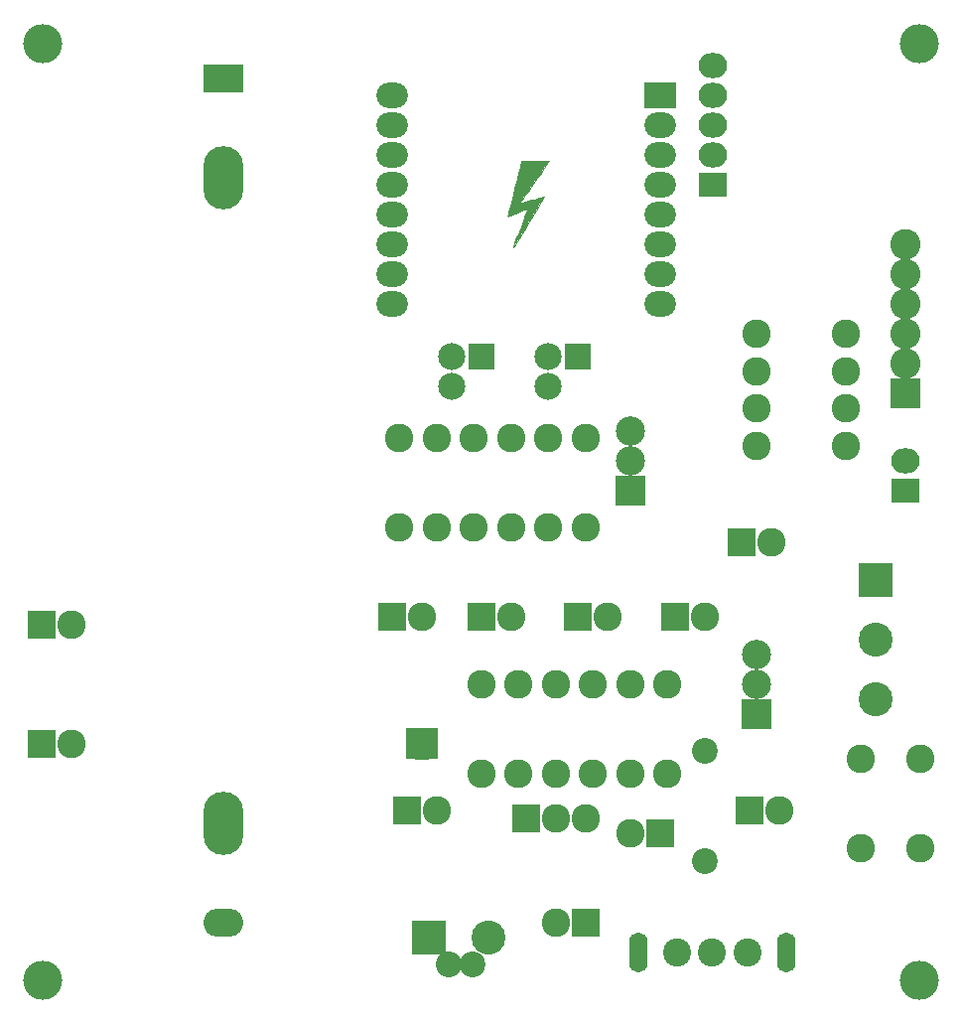
<source format=gbr>
G04 #@! TF.GenerationSoftware,KiCad,Pcbnew,(5.1.0)-1*
G04 #@! TF.CreationDate,2020-11-16T17:59:51+00:00*
G04 #@! TF.ProjectId,WildlifeCamera_PCB,57696c64-6c69-4666-9543-616d6572615f,rev?*
G04 #@! TF.SameCoordinates,PX5d42830PY7b89fa0*
G04 #@! TF.FileFunction,Soldermask,Top*
G04 #@! TF.FilePolarity,Negative*
%FSLAX46Y46*%
G04 Gerber Fmt 4.6, Leading zero omitted, Abs format (unit mm)*
G04 Created by KiCad (PCBNEW (5.1.0)-1) date 2020-11-16 17:59:51*
%MOMM*%
%LPD*%
G04 APERTURE LIST*
%ADD10C,0.010000*%
%ADD11O,3.400000X5.400000*%
%ADD12R,3.400000X2.400000*%
%ADD13O,3.400000X2.400000*%
%ADD14C,2.432000*%
%ADD15R,2.432000X2.432000*%
%ADD16O,2.686000X2.178000*%
%ADD17R,2.686000X2.178000*%
%ADD18R,2.500580X2.500580*%
%ADD19C,2.599640*%
%ADD20R,0.900000X0.650000*%
%ADD21R,1.240000X2.800000*%
%ADD22C,2.899360*%
%ADD23R,2.899360X2.899360*%
%ADD24C,2.400000*%
%ADD25O,1.600000X3.400000*%
%ADD26C,2.200000*%
%ADD27R,2.432000X2.127200*%
%ADD28O,2.432000X2.127200*%
%ADD29C,2.500580*%
%ADD30C,3.334700*%
%ADD31R,2.305000X2.305000*%
%ADD32C,2.305000*%
G04 APERTURE END LIST*
D10*
G36*
X49745315Y63510583D02*
G01*
X49727110Y63439392D01*
X49690549Y63294440D01*
X49637734Y63084123D01*
X49570766Y62816839D01*
X49491747Y62500983D01*
X49402779Y62144953D01*
X49305963Y61757145D01*
X49203401Y61345956D01*
X49170506Y61214000D01*
X49067332Y60800389D01*
X48969822Y60410103D01*
X48879987Y60051150D01*
X48799839Y59731539D01*
X48731390Y59459278D01*
X48676650Y59242376D01*
X48637632Y59088841D01*
X48616347Y59006681D01*
X48613473Y58996319D01*
X48606678Y58962133D01*
X48616455Y58942015D01*
X48651416Y58938600D01*
X48720170Y58954521D01*
X48831328Y58992413D01*
X48993499Y59054911D01*
X49215295Y59144650D01*
X49505325Y59264263D01*
X49550906Y59283145D01*
X49786077Y59379818D01*
X49992928Y59463366D01*
X50159390Y59529035D01*
X50273394Y59572074D01*
X50322872Y59587731D01*
X50323914Y59587531D01*
X50311929Y59546840D01*
X50272752Y59436426D01*
X50209823Y59265495D01*
X50126586Y59043252D01*
X50026481Y58778903D01*
X49912950Y58481655D01*
X49822623Y58246715D01*
X49647208Y57791316D01*
X49500271Y57408872D01*
X49379600Y57093430D01*
X49282986Y56839033D01*
X49208219Y56639727D01*
X49153089Y56489559D01*
X49115385Y56382572D01*
X49092897Y56312814D01*
X49083416Y56274329D01*
X49084731Y56261162D01*
X49085589Y56261000D01*
X49119912Y56292298D01*
X49166129Y56356250D01*
X49286985Y56546379D01*
X49433609Y56781462D01*
X49601502Y57053941D01*
X49786164Y57356254D01*
X49983096Y57680844D01*
X50187798Y58020152D01*
X50395770Y58366618D01*
X50602514Y58712683D01*
X50803529Y59050788D01*
X50994316Y59373374D01*
X51170375Y59672882D01*
X51327207Y59941752D01*
X51460313Y60172426D01*
X51565192Y60357345D01*
X51637346Y60488948D01*
X51672275Y60559679D01*
X51674280Y60569882D01*
X51620211Y60562240D01*
X51496596Y60534335D01*
X51315296Y60489181D01*
X51088170Y60429789D01*
X50827078Y60359173D01*
X50632678Y60305299D01*
X50357692Y60228488D01*
X50111148Y60159872D01*
X49904304Y60102563D01*
X49748417Y60059675D01*
X49654745Y60034319D01*
X49632162Y60028666D01*
X49653253Y60062340D01*
X49718241Y60159044D01*
X49822676Y60312306D01*
X49962105Y60515651D01*
X50132078Y60762606D01*
X50328144Y61046696D01*
X50545853Y61361449D01*
X50780752Y61700390D01*
X50866324Y61823707D01*
X51106744Y62170540D01*
X51331901Y62496274D01*
X51537280Y62794316D01*
X51718371Y63058073D01*
X51870659Y63280952D01*
X51989633Y63456362D01*
X52070779Y63577709D01*
X52109586Y63638400D01*
X52112333Y63644041D01*
X52071803Y63650651D01*
X51957422Y63656616D01*
X51780006Y63661702D01*
X51550369Y63665672D01*
X51279327Y63668292D01*
X50977696Y63669326D01*
X50949798Y63669333D01*
X49787263Y63669333D01*
X49745315Y63510583D01*
X49745315Y63510583D01*
G37*
X49745315Y63510583D02*
X49727110Y63439392D01*
X49690549Y63294440D01*
X49637734Y63084123D01*
X49570766Y62816839D01*
X49491747Y62500983D01*
X49402779Y62144953D01*
X49305963Y61757145D01*
X49203401Y61345956D01*
X49170506Y61214000D01*
X49067332Y60800389D01*
X48969822Y60410103D01*
X48879987Y60051150D01*
X48799839Y59731539D01*
X48731390Y59459278D01*
X48676650Y59242376D01*
X48637632Y59088841D01*
X48616347Y59006681D01*
X48613473Y58996319D01*
X48606678Y58962133D01*
X48616455Y58942015D01*
X48651416Y58938600D01*
X48720170Y58954521D01*
X48831328Y58992413D01*
X48993499Y59054911D01*
X49215295Y59144650D01*
X49505325Y59264263D01*
X49550906Y59283145D01*
X49786077Y59379818D01*
X49992928Y59463366D01*
X50159390Y59529035D01*
X50273394Y59572074D01*
X50322872Y59587731D01*
X50323914Y59587531D01*
X50311929Y59546840D01*
X50272752Y59436426D01*
X50209823Y59265495D01*
X50126586Y59043252D01*
X50026481Y58778903D01*
X49912950Y58481655D01*
X49822623Y58246715D01*
X49647208Y57791316D01*
X49500271Y57408872D01*
X49379600Y57093430D01*
X49282986Y56839033D01*
X49208219Y56639727D01*
X49153089Y56489559D01*
X49115385Y56382572D01*
X49092897Y56312814D01*
X49083416Y56274329D01*
X49084731Y56261162D01*
X49085589Y56261000D01*
X49119912Y56292298D01*
X49166129Y56356250D01*
X49286985Y56546379D01*
X49433609Y56781462D01*
X49601502Y57053941D01*
X49786164Y57356254D01*
X49983096Y57680844D01*
X50187798Y58020152D01*
X50395770Y58366618D01*
X50602514Y58712683D01*
X50803529Y59050788D01*
X50994316Y59373374D01*
X51170375Y59672882D01*
X51327207Y59941752D01*
X51460313Y60172426D01*
X51565192Y60357345D01*
X51637346Y60488948D01*
X51672275Y60559679D01*
X51674280Y60569882D01*
X51620211Y60562240D01*
X51496596Y60534335D01*
X51315296Y60489181D01*
X51088170Y60429789D01*
X50827078Y60359173D01*
X50632678Y60305299D01*
X50357692Y60228488D01*
X50111148Y60159872D01*
X49904304Y60102563D01*
X49748417Y60059675D01*
X49654745Y60034319D01*
X49632162Y60028666D01*
X49653253Y60062340D01*
X49718241Y60159044D01*
X49822676Y60312306D01*
X49962105Y60515651D01*
X50132078Y60762606D01*
X50328144Y61046696D01*
X50545853Y61361449D01*
X50780752Y61700390D01*
X50866324Y61823707D01*
X51106744Y62170540D01*
X51331901Y62496274D01*
X51537280Y62794316D01*
X51718371Y63058073D01*
X51870659Y63280952D01*
X51989633Y63456362D01*
X52070779Y63577709D01*
X52109586Y63638400D01*
X52112333Y63644041D01*
X52071803Y63650651D01*
X51957422Y63656616D01*
X51780006Y63661702D01*
X51550369Y63665672D01*
X51279327Y63668292D01*
X50977696Y63669326D01*
X50949798Y63669333D01*
X49787263Y63669333D01*
X49745315Y63510583D01*
D11*
X24335000Y7160000D03*
D12*
X24335000Y70660000D03*
D13*
X24335000Y-1340000D03*
D11*
X24335000Y62160000D03*
D14*
X11430000Y24130000D03*
D15*
X8890000Y24130000D03*
D16*
X38735000Y64135000D03*
X38735000Y61595000D03*
X38735000Y59055000D03*
X38735000Y56515000D03*
X38735000Y53975000D03*
X38735000Y51435000D03*
X61595000Y51435000D03*
X61595000Y53975000D03*
X61595000Y56515000D03*
X61595000Y59055000D03*
X61595000Y61595000D03*
X61595000Y64135000D03*
X61595000Y66675000D03*
D17*
X61595000Y69215000D03*
D16*
X38735000Y66675000D03*
X38735000Y69215000D03*
D18*
X82550000Y43815000D03*
D19*
X82550000Y46355000D03*
X82550000Y48895000D03*
X82550000Y51435000D03*
X82550000Y53975000D03*
X82550000Y56515000D03*
D14*
X11430000Y13970000D03*
D15*
X8890000Y13970000D03*
D14*
X46355000Y19050000D03*
X46355000Y11430000D03*
X49530000Y11430000D03*
X49530000Y19050000D03*
X55880000Y11430000D03*
X55880000Y19050000D03*
X52705000Y11430000D03*
X52705000Y19050000D03*
D20*
X42225000Y14970000D03*
X42225000Y14470000D03*
X42225000Y12970000D03*
X42225000Y13470000D03*
X42225000Y13970000D03*
X40325000Y12970000D03*
X40325000Y13470000D03*
X40325000Y14970000D03*
X40325000Y14470000D03*
D21*
X41275000Y13970000D03*
D20*
X40325000Y13970000D03*
D15*
X50165000Y7620000D03*
D14*
X52705000Y7620000D03*
X55245000Y7620000D03*
D22*
X80010000Y17780000D03*
D23*
X80010000Y27940000D03*
D22*
X80010000Y22860000D03*
D14*
X62230000Y11430000D03*
X62230000Y19050000D03*
D24*
X66032380Y-3835400D03*
X69040000Y-3810000D03*
X63040000Y-3810000D03*
D25*
X72340000Y-3810000D03*
X59740000Y-3810000D03*
D26*
X65405000Y3937000D03*
X65405000Y13335000D03*
D15*
X61595000Y6350000D03*
D14*
X59055000Y6350000D03*
D27*
X82550000Y35560000D03*
D28*
X82550000Y38100000D03*
D14*
X59055000Y19050000D03*
X59055000Y11430000D03*
X83820000Y5080000D03*
X78740000Y5080000D03*
X83820000Y12700000D03*
X78740000Y12700000D03*
X71120000Y31115000D03*
D15*
X68580000Y31115000D03*
D14*
X42545000Y8255000D03*
D15*
X40005000Y8255000D03*
X69215000Y8255000D03*
D14*
X71755000Y8255000D03*
D15*
X55245000Y-1270000D03*
D14*
X52705000Y-1270000D03*
D29*
X69850000Y19050000D03*
X69850000Y21590000D03*
D18*
X69850000Y16510000D03*
D14*
X41275000Y24765000D03*
D15*
X38735000Y24765000D03*
X46355000Y24765000D03*
D14*
X48895000Y24765000D03*
X57150000Y24765000D03*
D15*
X54610000Y24765000D03*
X62865000Y24765000D03*
D14*
X65405000Y24765000D03*
X69850000Y48895000D03*
X77470000Y48895000D03*
X77470000Y45720000D03*
X69850000Y45720000D03*
X69850000Y42545000D03*
X77470000Y42545000D03*
X77470000Y39370000D03*
X69850000Y39370000D03*
D27*
X66105000Y61580000D03*
D28*
X66105000Y64120000D03*
X66105000Y66660000D03*
X66105000Y69200000D03*
X66105000Y71740000D03*
D30*
X8933286Y73610528D03*
X83732929Y-6189115D03*
X83732929Y73610528D03*
X8933286Y-6189115D03*
D23*
X41910000Y-2540000D03*
D22*
X46990000Y-2540000D03*
D26*
X43561000Y-4826000D03*
X45593000Y-4826000D03*
D31*
X46355000Y46990000D03*
D32*
X43815000Y46990000D03*
X43815000Y44450000D03*
X52070000Y44450000D03*
X52070000Y46990000D03*
D31*
X54610000Y46990000D03*
D29*
X59055000Y40640000D03*
X59055000Y38100000D03*
D18*
X59055000Y35560000D03*
D14*
X39370000Y40005000D03*
X39370000Y32385000D03*
X42545000Y40005000D03*
X42545000Y32385000D03*
X45720000Y32385000D03*
X45720000Y40005000D03*
X48895000Y32385000D03*
X48895000Y40005000D03*
X52070000Y32385000D03*
X52070000Y40005000D03*
X55245000Y32385000D03*
X55245000Y40005000D03*
M02*

</source>
